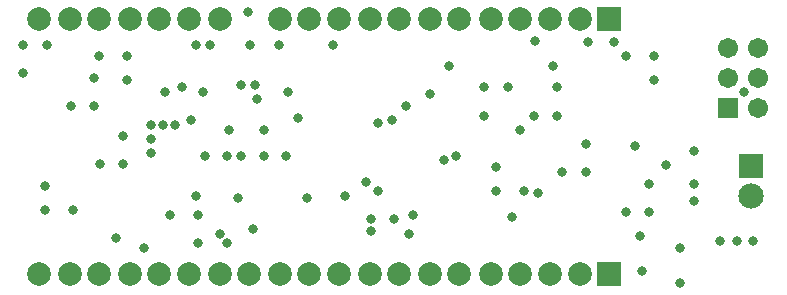
<source format=gbs>
G04*
G04 #@! TF.GenerationSoftware,Altium Limited,Altium Designer,19.1.5 (86)*
G04*
G04 Layer_Color=16711935*
%FSLAX44Y44*%
%MOMM*%
G71*
G01*
G75*
%ADD34R,2.0032X2.0032*%
%ADD35C,2.0032*%
%ADD36R,2.1400X2.1400*%
%ADD37C,2.1400*%
%ADD38R,1.7032X1.7032*%
%ADD39C,1.7032*%
%ADD40C,0.8032*%
D34*
X564000Y259740D02*
D03*
Y44000D02*
D03*
D35*
X234000Y259740D02*
D03*
X539000D02*
D03*
X208000D02*
D03*
X514000D02*
D03*
X183000D02*
D03*
X488000D02*
D03*
X158000D02*
D03*
X464000D02*
D03*
X132000D02*
D03*
X437000D02*
D03*
X285000D02*
D03*
X310000D02*
D03*
X335000D02*
D03*
X361000D02*
D03*
X386000D02*
D03*
X412000D02*
D03*
X107000D02*
D03*
X81000D02*
D03*
Y44000D02*
D03*
X107000D02*
D03*
X412000D02*
D03*
X386000D02*
D03*
X361000D02*
D03*
X335000D02*
D03*
X310000D02*
D03*
X285000D02*
D03*
X437000D02*
D03*
X132000D02*
D03*
X464000D02*
D03*
X158000D02*
D03*
X488000D02*
D03*
X183000D02*
D03*
X514000D02*
D03*
X208000D02*
D03*
X539000D02*
D03*
X234000D02*
D03*
X259000D02*
D03*
D36*
X684000Y135000D02*
D03*
D37*
Y110000D02*
D03*
D38*
X664600Y184600D02*
D03*
D39*
X690000D02*
D03*
Y210000D02*
D03*
Y235100D02*
D03*
X664600D02*
D03*
Y210000D02*
D03*
D40*
X482000Y92000D02*
D03*
X586000Y152000D02*
D03*
X504000Y112000D02*
D03*
X611875Y135875D02*
D03*
X340000Y110000D02*
D03*
X358000Y122000D02*
D03*
X394000Y78000D02*
D03*
X382000Y90000D02*
D03*
X362000D02*
D03*
X568000Y240000D02*
D03*
X546000D02*
D03*
X330000Y238000D02*
D03*
X284000D02*
D03*
X260000D02*
D03*
X258000Y266000D02*
D03*
X170000Y66000D02*
D03*
X146000Y74000D02*
D03*
X234000Y78000D02*
D03*
X250000Y108000D02*
D03*
X262000Y82000D02*
D03*
X216000Y94000D02*
D03*
X192000D02*
D03*
X222000Y144000D02*
D03*
X290000D02*
D03*
X272000D02*
D03*
X242000Y166000D02*
D03*
X272000D02*
D03*
X300000Y176000D02*
D03*
X266000Y192000D02*
D03*
X188000Y198000D02*
D03*
X220000D02*
D03*
X292000D02*
D03*
X380000Y174000D02*
D03*
X392000Y186000D02*
D03*
X434000Y144000D02*
D03*
X678000Y198000D02*
D03*
X624000Y36000D02*
D03*
Y66000D02*
D03*
X592000Y46000D02*
D03*
X686000Y72000D02*
D03*
X672000D02*
D03*
X658000D02*
D03*
X636000Y106000D02*
D03*
Y120000D02*
D03*
Y148000D02*
D03*
X578000Y96000D02*
D03*
X598000D02*
D03*
Y120000D02*
D03*
X602000Y208000D02*
D03*
Y228000D02*
D03*
X578000D02*
D03*
X500000Y178000D02*
D03*
X520000D02*
D03*
Y202000D02*
D03*
X524000Y130000D02*
D03*
X544000D02*
D03*
Y154000D02*
D03*
X468000Y134000D02*
D03*
Y114000D02*
D03*
X492000D02*
D03*
X478000Y202000D02*
D03*
X458000D02*
D03*
Y178000D02*
D03*
X196150Y170150D02*
D03*
X186150D02*
D03*
X176150D02*
D03*
Y158150D02*
D03*
Y146150D02*
D03*
X88000Y238000D02*
D03*
X68000D02*
D03*
Y214000D02*
D03*
X156000Y208000D02*
D03*
Y228000D02*
D03*
X132000D02*
D03*
X108000Y186000D02*
D03*
X128000D02*
D03*
Y210000D02*
D03*
X132500Y136750D02*
D03*
X152500D02*
D03*
Y160750D02*
D03*
X110000Y98000D02*
D03*
X86000D02*
D03*
Y118000D02*
D03*
X488000Y166000D02*
D03*
X210000Y174000D02*
D03*
X202000Y202000D02*
D03*
X240000Y70000D02*
D03*
X216000D02*
D03*
X590000Y76000D02*
D03*
X501077Y241077D02*
D03*
X214000Y238000D02*
D03*
X424000Y140000D02*
D03*
X226000Y238000D02*
D03*
X516000Y220000D02*
D03*
X398000Y94000D02*
D03*
X362000Y80000D02*
D03*
X308000Y108000D02*
D03*
X368000Y114000D02*
D03*
Y172000D02*
D03*
X428000Y220000D02*
D03*
X412000Y196000D02*
D03*
X240000Y144000D02*
D03*
X252000Y204000D02*
D03*
X214000Y110000D02*
D03*
X252000Y144000D02*
D03*
X264000Y204000D02*
D03*
M02*

</source>
